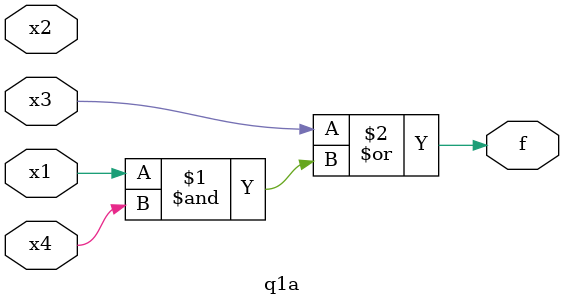
<source format=v>
module q1a(x1,x2,x3,x4,f);
input x1,x2,x3,x4;
output f;
assign f=x3|(x1&x4);
endmodule

</source>
